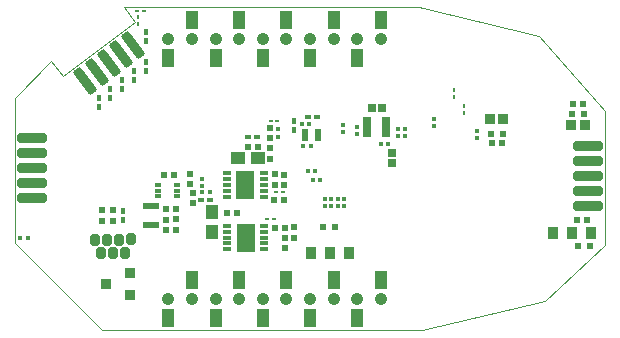
<source format=gbp>
G04*
G04 #@! TF.GenerationSoftware,Altium Limited,Altium Designer,23.3.1 (30)*
G04*
G04 Layer_Color=128*
%FSLAX25Y25*%
%MOIN*%
G70*
G04*
G04 #@! TF.SameCoordinates,B70FCE46-08B3-410F-AF2C-83C1FDED7243*
G04*
G04*
G04 #@! TF.FilePolarity,Positive*
G04*
G01*
G75*
%ADD18C,0.00000*%
%ADD23R,0.02165X0.02165*%
%ADD24R,0.01788X0.01428*%
%ADD28R,0.01378X0.00984*%
G04:AMPARAMS|DCode=30|XSize=31.5mil|YSize=98.43mil|CornerRadius=7.87mil|HoleSize=0mil|Usage=FLASHONLY|Rotation=217.000|XOffset=0mil|YOffset=0mil|HoleType=Round|Shape=RoundedRectangle|*
%AMROUNDEDRECTD30*
21,1,0.03150,0.08268,0,0,217.0*
21,1,0.01575,0.09843,0,0,217.0*
1,1,0.01575,-0.03117,0.02828*
1,1,0.01575,-0.01859,0.03775*
1,1,0.01575,0.03117,-0.02828*
1,1,0.01575,0.01859,-0.03775*
%
%ADD30ROUNDEDRECTD30*%
%ADD34R,0.00984X0.01378*%
%ADD35R,0.02165X0.02165*%
%ADD39R,0.01378X0.01575*%
%ADD46R,0.03543X0.03937*%
%ADD47R,0.02254X0.02423*%
%ADD48R,0.02423X0.02254*%
%ADD58R,0.01428X0.01788*%
%ADD65R,0.01772X0.01378*%
%ADD68R,0.01378X0.01772*%
%ADD122C,0.04134*%
%ADD132R,0.02362X0.01968*%
G04:AMPARAMS|DCode=133|XSize=31.5mil|YSize=98.43mil|CornerRadius=7.87mil|HoleSize=0mil|Usage=FLASHONLY|Rotation=90.000|XOffset=0mil|YOffset=0mil|HoleType=Round|Shape=RoundedRectangle|*
%AMROUNDEDRECTD133*
21,1,0.03150,0.08268,0,0,90.0*
21,1,0.01575,0.09843,0,0,90.0*
1,1,0.01575,0.04134,0.00787*
1,1,0.01575,0.04134,-0.00787*
1,1,0.01575,-0.04134,-0.00787*
1,1,0.01575,-0.04134,0.00787*
%
%ADD133ROUNDEDRECTD133*%
%ADD134R,0.05709X0.02362*%
%ADD135R,0.01870X0.01181*%
%ADD136R,0.02165X0.01772*%
%ADD137R,0.01772X0.02165*%
G04:AMPARAMS|DCode=138|XSize=31.5mil|YSize=39.37mil|CornerRadius=7.87mil|HoleSize=0mil|Usage=FLASHONLY|Rotation=180.000|XOffset=0mil|YOffset=0mil|HoleType=Round|Shape=RoundedRectangle|*
%AMROUNDEDRECTD138*
21,1,0.03150,0.02362,0,0,180.0*
21,1,0.01575,0.03937,0,0,180.0*
1,1,0.01575,-0.00787,0.01181*
1,1,0.01575,0.00787,0.01181*
1,1,0.01575,0.00787,-0.01181*
1,1,0.01575,-0.00787,-0.01181*
%
%ADD138ROUNDEDRECTD138*%
%ADD139R,0.01822X0.02182*%
%ADD140R,0.02182X0.01822*%
%ADD141R,0.01772X0.01772*%
%ADD142R,0.01968X0.03937*%
%ADD143R,0.02780X0.02975*%
%ADD144R,0.03150X0.07087*%
%ADD145R,0.02775X0.02598*%
%ADD146R,0.02559X0.01181*%
%ADD147R,0.06102X0.09764*%
%ADD148R,0.04560X0.03985*%
%ADD149R,0.03347X0.03347*%
%ADD150R,0.03985X0.04560*%
%ADD151R,0.03937X0.06299*%
%ADD152R,0.01968X0.01968*%
%ADD153R,0.03567X0.03379*%
D18*
X48031Y53740D02*
X88061Y44094D01*
X-50299Y53740D02*
X48031Y53740D01*
X-50299Y53740D02*
X-46694Y48956D01*
X-70653Y30902D02*
X-46694Y48956D01*
X-74384Y35852D02*
X-70653Y30902D01*
X-86614Y23622D02*
X-74384Y35852D01*
X-86614Y-24606D02*
Y23622D01*
Y-24606D02*
X-57480Y-53740D01*
X49061D01*
X90256Y-44094D01*
X110236Y-25591D01*
X110236Y19184D02*
X110236Y-25591D01*
X88061Y44094D02*
X110236Y19184D01*
D23*
X100689Y-17224D02*
D03*
X104232D02*
D03*
D24*
X13501Y-787D02*
D03*
X11105D02*
D03*
X37832Y8291D02*
D03*
X35435D02*
D03*
X9023Y14839D02*
D03*
X11419D02*
D03*
X12877Y-3740D02*
D03*
X15273D02*
D03*
D28*
X-43701Y52461D02*
D03*
X-45866D02*
D03*
X-227Y-16744D02*
D03*
X-2393D02*
D03*
X-1280Y15945D02*
D03*
X886D02*
D03*
X492Y-7776D02*
D03*
X2657D02*
D03*
D30*
X-47205Y41325D02*
D03*
X-51198Y38316D02*
D03*
X-55191Y35307D02*
D03*
X-59184Y32298D02*
D03*
X-63177Y29289D02*
D03*
D34*
X-45393Y48315D02*
D03*
Y50480D02*
D03*
X59762Y23976D02*
D03*
Y26141D02*
D03*
X63090Y20768D02*
D03*
Y18602D02*
D03*
D35*
X-32972Y-13386D02*
D03*
Y-16929D02*
D03*
X-36220Y-17028D02*
D03*
Y-13484D02*
D03*
X6594Y-19488D02*
D03*
Y-23031D02*
D03*
X-28248Y-5217D02*
D03*
Y-1673D02*
D03*
X0Y-1870D02*
D03*
Y-5413D02*
D03*
X-1575Y6890D02*
D03*
Y3347D02*
D03*
X-53839Y-17421D02*
D03*
Y-13878D02*
D03*
X-57579Y-17421D02*
D03*
Y-13878D02*
D03*
D39*
X-82284Y-23031D02*
D03*
X-84842D02*
D03*
D46*
X92913Y-21457D02*
D03*
X99213D02*
D03*
X105512D02*
D03*
X24803Y-28051D02*
D03*
X18504D02*
D03*
X12205D02*
D03*
D47*
X3150Y-2053D02*
D03*
Y-5427D02*
D03*
X-1687Y10138D02*
D03*
Y13512D02*
D03*
X3445Y-26392D02*
D03*
Y-23018D02*
D03*
X-27264Y-11431D02*
D03*
Y-8057D02*
D03*
D48*
X-33450Y-2165D02*
D03*
X-36825D02*
D03*
X-36235Y-20571D02*
D03*
X-32860D02*
D03*
X-8957Y7087D02*
D03*
X-5582D02*
D03*
X-112Y-10531D02*
D03*
X3262D02*
D03*
X-12387Y-14862D02*
D03*
X-15762D02*
D03*
X3459Y-19685D02*
D03*
X84D02*
D03*
X102893Y21721D02*
D03*
X99519D02*
D03*
X72525Y8661D02*
D03*
X75900D02*
D03*
D58*
X18860Y-9987D02*
D03*
Y-12383D02*
D03*
X21042Y-9957D02*
D03*
Y-12353D02*
D03*
X23260Y-12339D02*
D03*
Y-9943D02*
D03*
X43604Y10746D02*
D03*
Y13142D02*
D03*
X53051Y14255D02*
D03*
Y16651D02*
D03*
X67323Y10318D02*
D03*
Y12714D02*
D03*
X41043Y13206D02*
D03*
Y10810D02*
D03*
X22917Y14490D02*
D03*
Y12094D02*
D03*
X27380Y13995D02*
D03*
Y11599D02*
D03*
X16649Y-12434D02*
D03*
Y-10038D02*
D03*
D65*
X-24114Y-7874D02*
D03*
X-21555D02*
D03*
D68*
X-24114Y-3347D02*
D03*
Y-5906D02*
D03*
X1083Y13091D02*
D03*
Y10531D02*
D03*
D122*
X35433Y-43307D02*
D03*
X27559D02*
D03*
X19685D02*
D03*
X11811D02*
D03*
X3937D02*
D03*
X-3937D02*
D03*
X-11811D02*
D03*
X-19685D02*
D03*
X-27559D02*
D03*
X-35433D02*
D03*
Y43307D02*
D03*
X-27559D02*
D03*
X-19685D02*
D03*
X-11811D02*
D03*
X-3937D02*
D03*
X3937D02*
D03*
X11811D02*
D03*
X19685D02*
D03*
X27559D02*
D03*
X35433D02*
D03*
D132*
X16043Y-19587D02*
D03*
X19980D02*
D03*
D133*
X104532Y-12479D02*
D03*
X104532Y-7480D02*
D03*
Y-2479D02*
D03*
X104532Y2520D02*
D03*
X104532Y7520D02*
D03*
X-80807Y10079D02*
D03*
X-80807Y5079D02*
D03*
X-80807Y79D02*
D03*
Y-4921D02*
D03*
X-80807Y-9921D02*
D03*
D134*
X-41339Y-12303D02*
D03*
Y-18602D02*
D03*
D135*
X-32429Y-9252D02*
D03*
Y-7283D02*
D03*
Y-5315D02*
D03*
X-39028D02*
D03*
Y-7283D02*
D03*
Y-9252D02*
D03*
D136*
X-24409Y-10433D02*
D03*
X-21457D02*
D03*
X-8760Y10433D02*
D03*
X-5807D02*
D03*
D137*
X-42717Y42520D02*
D03*
Y45472D02*
D03*
X-54823Y26575D02*
D03*
Y23622D02*
D03*
X-58563Y23524D02*
D03*
Y20571D02*
D03*
X-50984Y29626D02*
D03*
Y26673D02*
D03*
X-46949Y32480D02*
D03*
Y29528D02*
D03*
X-42815Y35630D02*
D03*
Y32677D02*
D03*
X-50591Y-17126D02*
D03*
Y-14173D02*
D03*
D138*
X-51914Y-23607D02*
D03*
X-55914Y-23607D02*
D03*
X-59914D02*
D03*
X-47839Y-23551D02*
D03*
X-49839Y-28051D02*
D03*
X-53839D02*
D03*
X-57839D02*
D03*
D139*
X6547Y15740D02*
D03*
Y12950D02*
D03*
D140*
X11258Y17258D02*
D03*
X14048D02*
D03*
D141*
X9449Y7480D02*
D03*
X12205D02*
D03*
D142*
X14321Y11173D02*
D03*
X9990D02*
D03*
D143*
X39272Y5120D02*
D03*
Y1772D02*
D03*
D144*
X37148Y14015D02*
D03*
X30848D02*
D03*
D145*
X32372Y20079D02*
D03*
X35738D02*
D03*
D146*
X-3642Y-1476D02*
D03*
Y-3445D02*
D03*
Y-5413D02*
D03*
Y-7382D02*
D03*
Y-9350D02*
D03*
X-15846D02*
D03*
Y-7382D02*
D03*
Y-5413D02*
D03*
Y-3445D02*
D03*
Y-1476D02*
D03*
X-15750Y-19012D02*
D03*
Y-20980D02*
D03*
Y-22949D02*
D03*
Y-24917D02*
D03*
Y-26886D02*
D03*
X-3545D02*
D03*
Y-24917D02*
D03*
Y-22949D02*
D03*
Y-20980D02*
D03*
Y-19012D02*
D03*
D147*
X-9744Y-5413D02*
D03*
X-9647Y-22949D02*
D03*
D148*
X-5602Y3445D02*
D03*
X-12114D02*
D03*
D149*
X-56102Y-38386D02*
D03*
X-48228Y-42126D02*
D03*
Y-34646D02*
D03*
D150*
X-20866Y-14551D02*
D03*
Y-21063D02*
D03*
D151*
X35433Y-37008D02*
D03*
X27559Y-49606D02*
D03*
X19685Y-37008D02*
D03*
X11811Y-49606D02*
D03*
X3937Y-37008D02*
D03*
X-3937Y-49606D02*
D03*
X-11811Y-37008D02*
D03*
X-19685Y-49606D02*
D03*
X-27559Y-37008D02*
D03*
X-35433Y-49606D02*
D03*
Y37008D02*
D03*
X-27559Y49606D02*
D03*
X-19685Y37008D02*
D03*
X-11811Y49606D02*
D03*
X-3937Y37008D02*
D03*
X3937Y49606D02*
D03*
X11811Y37008D02*
D03*
X19685Y49606D02*
D03*
X27559Y37008D02*
D03*
X35433Y49606D02*
D03*
D152*
X103166Y18377D02*
D03*
X99229D02*
D03*
X72146Y11713D02*
D03*
X76083D02*
D03*
X105217Y-25689D02*
D03*
X101279D02*
D03*
D153*
X103482Y14451D02*
D03*
X98946D02*
D03*
X71649Y16732D02*
D03*
X76185D02*
D03*
M02*

</source>
